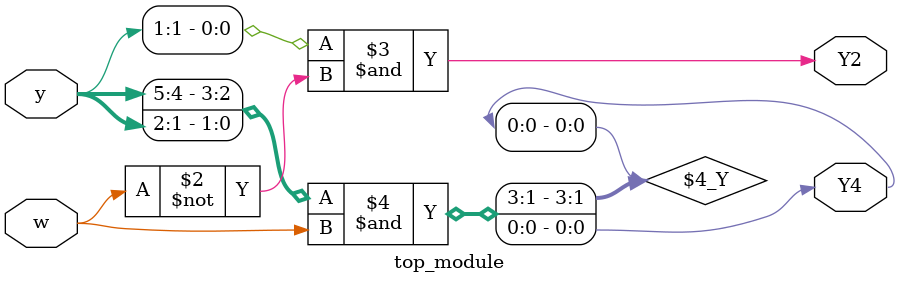
<source format=sv>
module top_module (
	input [6:1] y,
	input w,
	output reg Y2,
	output reg Y4
);

	always @ (*)
	begin
		Y2 = y[1] & ~w;
		Y4 = {y[5], y[4], y[2], y[1]} & w; // fixed index for Y4
	end

endmodule

</source>
